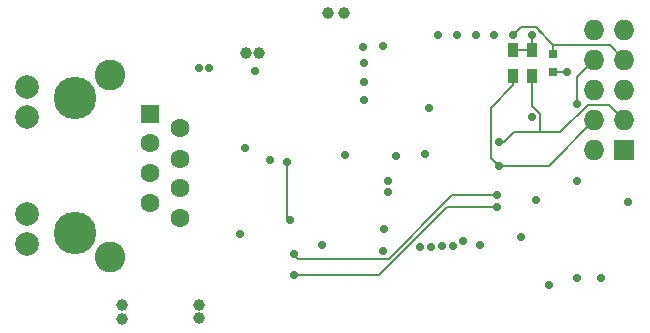
<source format=gbr>
G04 #@! TF.FileFunction,Copper,L4,Bot,Signal*
%FSLAX46Y46*%
G04 Gerber Fmt 4.6, Leading zero omitted, Abs format (unit mm)*
G04 Created by KiCad (PCBNEW (2016-08-24 BZR 7090, Git 532a5fb)-product) date 10/24/16 18:33:33*
%MOMM*%
%LPD*%
G01*
G04 APERTURE LIST*
%ADD10C,0.100000*%
%ADD11C,1.000000*%
%ADD12C,3.599180*%
%ADD13R,1.600000X1.600000*%
%ADD14C,1.600000*%
%ADD15C,2.000000*%
%ADD16C,2.600000*%
%ADD17R,0.797560X0.797560*%
%ADD18R,1.727200X1.727200*%
%ADD19O,1.727200X1.727200*%
%ADD20R,0.900000X1.200000*%
%ADD21C,0.700000*%
%ADD22C,0.200000*%
G04 APERTURE END LIST*
D10*
D11*
X151000000Y-124300000D03*
X144500000Y-124300000D03*
X156100000Y-103000000D03*
X163300000Y-99600000D03*
X161900000Y-99600000D03*
D12*
X140498920Y-118199760D03*
X140450660Y-106800240D03*
D13*
X146800660Y-108100720D03*
D14*
X149350820Y-109299600D03*
X146800660Y-110600080D03*
X149350820Y-111900560D03*
X146800660Y-113099440D03*
X149350820Y-114399920D03*
X146800660Y-115700400D03*
X149350820Y-116899280D03*
D15*
X136450160Y-105850280D03*
X136450160Y-108400440D03*
X136450160Y-116599560D03*
X136450160Y-119149720D03*
D16*
X143450400Y-104849520D03*
X143450400Y-120249540D03*
D17*
X181000000Y-104549300D03*
X181000000Y-103050700D03*
D18*
X187000000Y-111160000D03*
D19*
X184460000Y-111160000D03*
X187000000Y-108620000D03*
X184460000Y-108620000D03*
X187000000Y-106080000D03*
X184460000Y-106080000D03*
X187000000Y-103540000D03*
X184460000Y-103540000D03*
X187000000Y-101000000D03*
X184460000Y-101000000D03*
D11*
X155000000Y-103000000D03*
X144500000Y-125500000D03*
X151000000Y-125400000D03*
D20*
X179200000Y-104900000D03*
X179200000Y-102700000D03*
X177600000Y-104900000D03*
X177600000Y-102700000D03*
D21*
X185050000Y-122050000D03*
X151000000Y-104200000D03*
X151800000Y-104200000D03*
X164900000Y-102500000D03*
X166600000Y-102400000D03*
X179488567Y-115421483D03*
X187350000Y-115550000D03*
X183000000Y-122040000D03*
X182990000Y-113770000D03*
X177600000Y-101450000D03*
X176000000Y-101450000D03*
X174400000Y-101450000D03*
X172800000Y-101450000D03*
X171200000Y-101450000D03*
X170500000Y-107610000D03*
X179200000Y-108400000D03*
X170160000Y-111500000D03*
X180600000Y-122600000D03*
X166590000Y-119720000D03*
X161400000Y-119200000D03*
X173349980Y-118914321D03*
X171573198Y-119346055D03*
X169690000Y-119360000D03*
X167010924Y-114719759D03*
X163380000Y-111590000D03*
X154910000Y-110990000D03*
X154500000Y-118250000D03*
X178250000Y-118550000D03*
X179200000Y-101450000D03*
X164950000Y-103780000D03*
X164940000Y-105380000D03*
X164940000Y-106950000D03*
X174790000Y-119240000D03*
X172517506Y-119312573D03*
X170610000Y-119390000D03*
X166610000Y-117840000D03*
X166990000Y-113820000D03*
X167665317Y-111664165D03*
X157000000Y-112000000D03*
X155750000Y-104500000D03*
X158661090Y-117138910D03*
X158400000Y-112200000D03*
X159000000Y-121800000D03*
X176200000Y-116000000D03*
X159000000Y-120000000D03*
X176200000Y-115000000D03*
X176350000Y-112500000D03*
X183016970Y-107256970D03*
X176350000Y-110500000D03*
X182150000Y-104550000D03*
D22*
X181000000Y-102287998D02*
X185747998Y-102287998D01*
X185747998Y-102287998D02*
X187000000Y-103540000D01*
X179512001Y-100799999D02*
X179950001Y-101237999D01*
X181000000Y-103050700D02*
X181000000Y-102287998D01*
X181000000Y-102287998D02*
X179512001Y-100799999D01*
X179512001Y-100799999D02*
X178250001Y-100799999D01*
X178250001Y-100799999D02*
X177600000Y-101450000D01*
X179200000Y-102700000D02*
X179200000Y-101450000D01*
X177600000Y-102700000D02*
X179200000Y-102700000D01*
X158400000Y-112200000D02*
X158400000Y-116877820D01*
X158400000Y-116877820D02*
X158661090Y-117138910D01*
X172000000Y-116000000D02*
X166200000Y-121800000D01*
X166200000Y-121800000D02*
X159000000Y-121800000D01*
X176200000Y-116000000D02*
X172000000Y-116000000D01*
X171834310Y-115599992D02*
X167064301Y-120370001D01*
X167064301Y-120370001D02*
X159370001Y-120370001D01*
X159370001Y-120370001D02*
X159000000Y-120000000D01*
X176200000Y-115000000D02*
X172434302Y-115000000D01*
X172434302Y-115000000D02*
X171834310Y-115599992D01*
X176350000Y-112500000D02*
X180580000Y-112500000D01*
X180580000Y-112500000D02*
X184460000Y-108620000D01*
X177600000Y-104900000D02*
X177600000Y-105700000D01*
X177600000Y-105700000D02*
X175699999Y-107600001D01*
X175699999Y-107600001D02*
X175699999Y-111849999D01*
X175699999Y-111849999D02*
X176000001Y-112150001D01*
X176000001Y-112150001D02*
X176350000Y-112500000D01*
X183016970Y-107256970D02*
X183016970Y-104983030D01*
X183016970Y-104983030D02*
X184460000Y-103540000D01*
X179900000Y-109680000D02*
X181570000Y-109680000D01*
X181570000Y-109680000D02*
X183900000Y-107350000D01*
X183900000Y-107350000D02*
X185730000Y-107350000D01*
X185730000Y-107350000D02*
X187000000Y-108620000D01*
X177664974Y-109680000D02*
X179900000Y-109680000D01*
X179200000Y-104900000D02*
X179200000Y-107437998D01*
X179200000Y-107437998D02*
X179900000Y-108137998D01*
X179900000Y-108137998D02*
X179900000Y-109680000D01*
X176350000Y-110500000D02*
X176844974Y-110500000D01*
X176844974Y-110500000D02*
X177664974Y-109680000D01*
X181000000Y-104549300D02*
X182149300Y-104549300D01*
X182149300Y-104549300D02*
X182150000Y-104550000D01*
M02*

</source>
